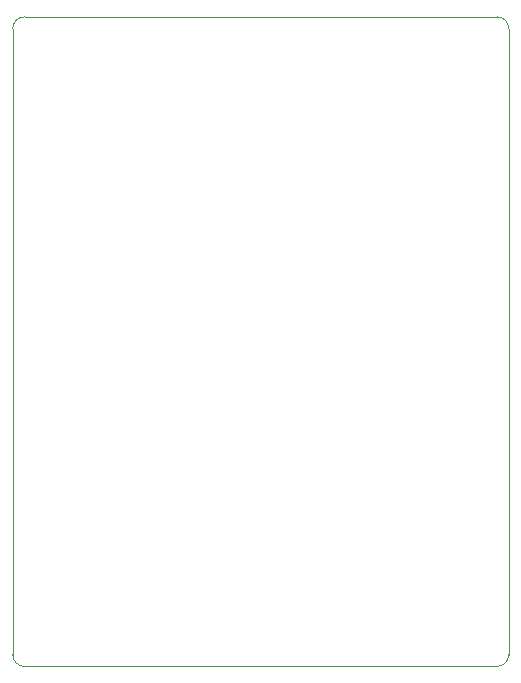
<source format=gbr>
%TF.GenerationSoftware,KiCad,Pcbnew,(5.1.10)-1*%
%TF.CreationDate,2021-09-10T13:11:33+02:00*%
%TF.ProjectId,SensibleRAM,53656e73-6962-46c6-9552-414d2e6b6963,rev?*%
%TF.SameCoordinates,Original*%
%TF.FileFunction,Profile,NP*%
%FSLAX46Y46*%
G04 Gerber Fmt 4.6, Leading zero omitted, Abs format (unit mm)*
G04 Created by KiCad (PCBNEW (5.1.10)-1) date 2021-09-10 13:11:33*
%MOMM*%
%LPD*%
G01*
G04 APERTURE LIST*
%TA.AperFunction,Profile*%
%ADD10C,0.050000*%
%TD*%
G04 APERTURE END LIST*
D10*
X172000000Y-80000000D02*
G75*
G02*
X173000000Y-81000000I0J-1000000D01*
G01*
X173000000Y-134000000D02*
G75*
G02*
X172000000Y-135000000I-1000000J0D01*
G01*
X132000000Y-135000000D02*
G75*
G02*
X131000000Y-134000000I0J1000000D01*
G01*
X131000000Y-81000000D02*
G75*
G02*
X132000000Y-80000000I1000000J0D01*
G01*
X131000000Y-134000000D02*
X131000000Y-81000000D01*
X172000000Y-135000000D02*
X132000000Y-135000000D01*
X173000000Y-81000000D02*
X173000000Y-134000000D01*
X132000000Y-80000000D02*
X172000000Y-80000000D01*
M02*

</source>
